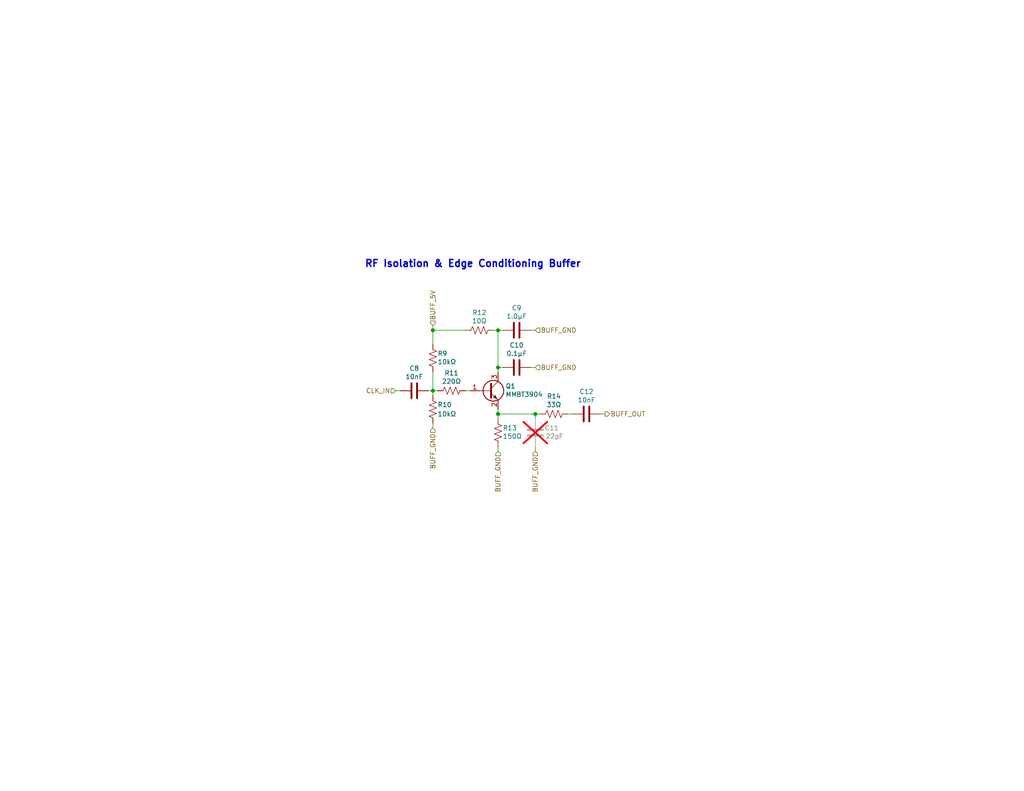
<source format=kicad_sch>
(kicad_sch (version 20250114) (generator "eeschema") (generator_version "9.0")
  (paper "A")
  (title_block (title "RF Isolation & Edge Conditioning Buffer") (date "2026-02-04") (rev "0") (company "Lee C. Bussy [AA0NT]"))
  (lib_symbols
    (symbol "Device:C" (pin_numbers (hide yes)) (pin_names (offset 0.254))
      (property "Reference" "C" (at 0.635 2.54 0))
      (property "Value" "C" (at 0.635 -2.54 0))
      (symbol "C_0_1"
        (polyline (pts (xy -2.032 0.762) (xy 2.032 0.762)) (stroke (width 0.508)))
        (polyline (pts (xy -2.032 -0.762) (xy 2.032 -0.762)) (stroke (width 0.508)))
      )
      (symbol "C_1_1"
        (pin passive line (at 0 3.81 270) (length 2.794) (name "~") (number "1"))
        (pin passive line (at 0 -3.81 90) (length 2.794) (name "~") (number "2"))
      )
    )
    (symbol "Device:R_US" (pin_numbers (hide yes)) (pin_names (offset 0))
      (property "Reference" "R" (at 2.54 0 90))
      (property "Value" "R_US" (at -2.54 0 90))
      (symbol "R_US_0_1"
        (polyline (pts (xy 0 2.286) (xy 0 2.54)))
        (polyline (pts (xy 0 2.286) (xy 1.016 1.905) (xy 0 1.524) (xy -1.016 1.143) (xy 0 0.762)))
        (polyline (pts (xy 0 0.762) (xy 1.016 0.381) (xy 0 0) (xy -1.016 -0.381) (xy 0 -0.762)))
        (polyline (pts (xy 0 -0.762) (xy 1.016 -1.143) (xy 0 -1.524) (xy -1.016 -1.905) (xy 0 -2.286)))
        (polyline (pts (xy 0 -2.286) (xy 0 -2.54)))
      )
      (symbol "R_US_1_1"
        (pin passive line (at 0 3.81 270) (length 1.27) (name "~") (number "1"))
        (pin passive line (at 0 -3.81 90) (length 1.27) (name "~") (number "2"))
      )
    )
    (symbol "Transistor_BJT:MMBT3904" (pin_names (offset 0) (hide yes))
      (property "Reference" "Q" (at 5.08 1.905 0))
      (property "Value" "MMBT3904" (at 5.08 0 0))
      (symbol "MMBT3904_0_1"
        (polyline (pts (xy -2.54 0) (xy 0.635 0)))
        (polyline (pts (xy 0.635 1.905) (xy 0.635 -1.905)) (stroke (width 0.508)))
        (circle (center 1.27 0) (radius 2.8194) (stroke (width 0.254)))
      )
      (symbol "MMBT3904_1_1"
        (polyline (pts (xy 0.635 0.635) (xy 2.54 2.54)))
        (polyline (pts (xy 0.635 -0.635) (xy 2.54 -2.54)))
        (polyline (pts (xy 1.27 -1.778) (xy 1.778 -1.27) (xy 2.286 -2.286) (xy 1.27 -1.778)) (fill (type outline)))
        (pin input line (at -5.08 0 0) (length 2.54) (name "B") (number "1"))
        (pin passive line (at 2.54 5.08 270) (length 2.54) (name "C") (number "3"))
        (pin passive line (at 2.54 -5.08 90) (length 2.54) (name "E") (number "2"))
      )
    )
  )
  (text "RF Isolation & Edge Conditioning Buffer" (at 129.032 72.136 0) (effects (font (size 1.905 1.905) (thickness 0.381) (bold yes))))
  (junction (at 118.11 90.17))
  (junction (at 135.89 113.03))
  (junction (at 135.89 90.17))
  (junction (at 135.89 100.33))
  (junction (at 146.05 113.03))
  (junction (at 118.11 106.68))
  (wire (pts (xy 154.94 113.03) (xy 156.21 113.03)))
  (wire (pts (xy 144.78 100.33) (xy 146.05 100.33)))
  (wire (pts (xy 118.11 93.98) (xy 118.11 90.17)))
  (wire (pts (xy 146.05 123.19) (xy 146.05 121.92)))
  (wire (pts (xy 127 106.68) (xy 128.27 106.68)))
  (wire (pts (xy 144.78 90.17) (xy 146.05 90.17)))
  (wire (pts (xy 135.89 90.17) (xy 134.62 90.17)))
  (wire (pts (xy 118.11 116.84) (xy 118.11 115.57)))
  (wire (pts (xy 118.11 106.68) (xy 118.11 101.6)))
  (wire (pts (xy 135.89 113.03) (xy 146.05 113.03)))
  (wire (pts (xy 135.89 114.3) (xy 135.89 113.03)))
  (wire (pts (xy 118.11 88.9) (xy 118.11 90.17)))
  (wire (pts (xy 146.05 113.03) (xy 147.32 113.03)))
  (wire (pts (xy 135.89 100.33) (xy 135.89 90.17)))
  (wire (pts (xy 135.89 101.6) (xy 135.89 100.33)))
  (wire (pts (xy 135.89 113.03) (xy 135.89 111.76)))
  (wire (pts (xy 109.22 106.68) (xy 107.95 106.68)))
  (wire (pts (xy 146.05 114.3) (xy 146.05 113.03)))
  (wire (pts (xy 163.83 113.03) (xy 165.1 113.03)))
  (wire (pts (xy 135.89 100.33) (xy 137.16 100.33)))
  (wire (pts (xy 118.11 90.17) (xy 127 90.17)))
  (wire (pts (xy 119.38 106.68) (xy 118.11 106.68)))
  (wire (pts (xy 118.11 107.95) (xy 118.11 106.68)))
  (wire (pts (xy 135.89 123.19) (xy 135.89 121.92)))
  (wire (pts (xy 118.11 106.68) (xy 116.84 106.68)))
  (wire (pts (xy 135.89 90.17) (xy 137.16 90.17)))
  (hierarchical_label "BUFF_OUT" (shape output) (at 165.1 113.03 0))
  (hierarchical_label "BUFF_5V" (shape input) (at 118.11 88.9 90))
  (hierarchical_label "BUFF_GND" (shape input) (at 118.11 116.84 270))
  (hierarchical_label "BUFF_GND" (shape input) (at 135.89 123.19 270))
  (hierarchical_label "BUFF_GND" (shape input) (at 146.05 100.33 0))
  (hierarchical_label "BUFF_GND" (shape input) (at 146.05 123.19 270))
  (hierarchical_label "CLK_IN" (shape input) (at 107.95 106.68 180))
  (hierarchical_label "BUFF_GND" (shape input) (at 146.05 90.17 0))
  (symbol (lib_id "Device:R_US") (at 123.19 106.68 90) (unit 1)
    (property "Reference" "R11" (at 123.19 101.854 90))
    (property "Value" "220Ω" (at 123.19 104.14 90))
    (property "Description" "Resistor, US symbol" (effects (hide yes)))
  )
  (symbol (lib_id "Device:R_US") (at 118.11 97.79 180) (unit 1)
    (property "Reference" "R9" (at 119.38 96.52 0) (effects (justify right)))
    (property "Value" "10kΩ" (at 119.38 98.806 0) (effects (justify right)))
    (property "Description" "Resistor, US symbol" (effects (hide yes)))
  )
  (symbol (lib_id "Device:C") (at 140.97 90.17 90) (unit 1)
    (property "Reference" "C9" (at 140.97 84.074 90))
    (property "Value" "1.0µF" (at 140.97 86.36 90))
    (property "Description" "Unpolarized capacitor" (effects (hide yes)))
  )
  (symbol (lib_id "Device:C") (at 140.97 100.33 90) (unit 1)
    (property "Reference" "C10" (at 140.97 94.234 90))
    (property "Value" "0.1µF" (at 140.97 96.52 90))
    (property "Description" "Unpolarized capacitor" (effects (hide yes)))
  )
  (symbol (lib_id "Transistor_BJT:MMBT3904") (at 133.35 106.68 0) (unit 1)
    (property "Reference" "Q1" (at 137.922 105.41 0) (effects (justify left)))
    (property "Value" "MMBT3904" (at 137.922 107.696 0) (effects (justify left)))
    (property "Footprint" "Package_TO_SOT_SMD:SOT-23" (effects (hide yes)))
    (property "Datasheet" "https://www.onsemi.com/pdf/datasheet/pzt3904-d.pdf" (effects (hide yes)))
    (property "Description" "0.2A Ic, 40V Vce, Small Signal NPN Transistor, SOT-23" (effects (hide yes)))
    (property "Sim.Device" "NPN" (effects (hide yes)))
    (property "Sim.Pins" "1=B 2=E 3=C" (effects (hide yes)))
  )
  (symbol (lib_id "Device:R_US") (at 135.89 118.11 180) (unit 1)
    (property "Reference" "R13" (at 137.16 116.84 0) (effects (justify right)))
    (property "Value" "150Ω" (at 137.16 119.126 0) (effects (justify right)))
    (property "Description" "Resistor, US symbol" (effects (hide yes)))
  )
  (symbol (lib_id "Device:R_US") (at 118.11 111.76 0) (unit 1)
    (property "Reference" "R10" (at 119.38 110.49 0) (effects (justify left)))
    (property "Value" "10kΩ" (at 119.38 113.03 0) (effects (justify left)))
    (property "Description" "Resistor, US symbol" (effects (hide yes)))
  )
  (symbol (lib_id "Device:R_US") (at 151.13 113.03 90) (unit 1)
    (property "Reference" "R14" (at 151.13 108.204 90))
    (property "Value" "33Ω" (at 151.13 110.49 90))
    (property "Description" "Resistor, US symbol" (effects (hide yes)))
  )
  (symbol (lib_id "Device:C") (at 146.05 118.11 180) (unit 1) (dnp yes)
    (property "Reference" "C11" (at 148.59 116.84 0) (effects (justify right)))
    (property "Value" "22pF" (at 148.844 119.126 0) (effects (justify right)))
    (property "Description" "Unpolarized capacitor" (effects (hide yes)))
  )
  (symbol (lib_id "Device:C") (at 113.03 106.68 90) (unit 1)
    (property "Reference" "C8" (at 113.03 100.584 90))
    (property "Value" "10nF" (at 113.03 102.87 90))
    (property "Description" "Unpolarized capacitor" (effects (hide yes)))
  )
  (symbol (lib_id "Device:C") (at 160.02 113.03 270) (unit 1)
    (property "Reference" "C12" (at 160.02 106.934 90))
    (property "Value" "10nF" (at 160.02 109.22 90))
    (property "Description" "Unpolarized capacitor" (effects (hide yes)))
  )
  (symbol (lib_id "Device:R_US") (at 130.81 90.17 90) (unit 1)
    (property "Reference" "R12" (at 130.81 85.344 90))
    (property "Value" "10Ω" (at 130.81 87.63 90))
    (property "Description" "Resistor, US symbol" (effects (hide yes)))
  )
)
</source>
